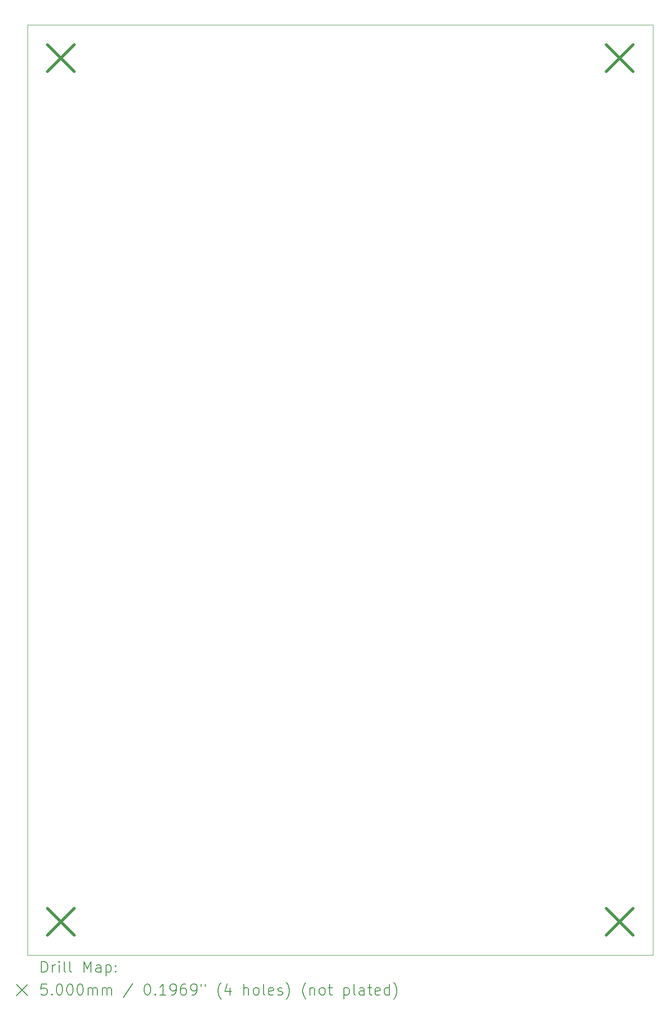
<source format=gbr>
%TF.GenerationSoftware,KiCad,Pcbnew,7.0.7*%
%TF.CreationDate,2023-10-20T13:38:14-04:00*%
%TF.ProjectId,Schematic,53636865-6d61-4746-9963-2e6b69636164,rev?*%
%TF.SameCoordinates,Original*%
%TF.FileFunction,Drillmap*%
%TF.FilePolarity,Positive*%
%FSLAX45Y45*%
G04 Gerber Fmt 4.5, Leading zero omitted, Abs format (unit mm)*
G04 Created by KiCad (PCBNEW 7.0.7) date 2023-10-20 13:38:14*
%MOMM*%
%LPD*%
G01*
G04 APERTURE LIST*
%ADD10C,0.100000*%
%ADD11C,0.200000*%
%ADD12C,0.500000*%
G04 APERTURE END LIST*
D10*
X3581400Y-2349500D02*
X15113000Y-2349500D01*
X15113000Y-19494500D01*
X3581400Y-19494500D01*
X3581400Y-2349500D01*
D11*
D12*
X3944100Y-2712200D02*
X4444100Y-3212200D01*
X4444100Y-2712200D02*
X3944100Y-3212200D01*
X3944100Y-18631800D02*
X4444100Y-19131800D01*
X4444100Y-18631800D02*
X3944100Y-19131800D01*
X14250300Y-2712200D02*
X14750300Y-3212200D01*
X14750300Y-2712200D02*
X14250300Y-3212200D01*
X14250300Y-18631800D02*
X14750300Y-19131800D01*
X14750300Y-18631800D02*
X14250300Y-19131800D01*
D11*
X3837177Y-19810984D02*
X3837177Y-19610984D01*
X3837177Y-19610984D02*
X3884796Y-19610984D01*
X3884796Y-19610984D02*
X3913367Y-19620508D01*
X3913367Y-19620508D02*
X3932415Y-19639555D01*
X3932415Y-19639555D02*
X3941939Y-19658603D01*
X3941939Y-19658603D02*
X3951462Y-19696698D01*
X3951462Y-19696698D02*
X3951462Y-19725270D01*
X3951462Y-19725270D02*
X3941939Y-19763365D01*
X3941939Y-19763365D02*
X3932415Y-19782412D01*
X3932415Y-19782412D02*
X3913367Y-19801460D01*
X3913367Y-19801460D02*
X3884796Y-19810984D01*
X3884796Y-19810984D02*
X3837177Y-19810984D01*
X4037177Y-19810984D02*
X4037177Y-19677650D01*
X4037177Y-19715746D02*
X4046701Y-19696698D01*
X4046701Y-19696698D02*
X4056224Y-19687174D01*
X4056224Y-19687174D02*
X4075272Y-19677650D01*
X4075272Y-19677650D02*
X4094320Y-19677650D01*
X4160986Y-19810984D02*
X4160986Y-19677650D01*
X4160986Y-19610984D02*
X4151462Y-19620508D01*
X4151462Y-19620508D02*
X4160986Y-19630031D01*
X4160986Y-19630031D02*
X4170510Y-19620508D01*
X4170510Y-19620508D02*
X4160986Y-19610984D01*
X4160986Y-19610984D02*
X4160986Y-19630031D01*
X4284796Y-19810984D02*
X4265748Y-19801460D01*
X4265748Y-19801460D02*
X4256224Y-19782412D01*
X4256224Y-19782412D02*
X4256224Y-19610984D01*
X4389558Y-19810984D02*
X4370510Y-19801460D01*
X4370510Y-19801460D02*
X4360986Y-19782412D01*
X4360986Y-19782412D02*
X4360986Y-19610984D01*
X4618129Y-19810984D02*
X4618129Y-19610984D01*
X4618129Y-19610984D02*
X4684796Y-19753841D01*
X4684796Y-19753841D02*
X4751463Y-19610984D01*
X4751463Y-19610984D02*
X4751463Y-19810984D01*
X4932415Y-19810984D02*
X4932415Y-19706222D01*
X4932415Y-19706222D02*
X4922891Y-19687174D01*
X4922891Y-19687174D02*
X4903844Y-19677650D01*
X4903844Y-19677650D02*
X4865748Y-19677650D01*
X4865748Y-19677650D02*
X4846701Y-19687174D01*
X4932415Y-19801460D02*
X4913367Y-19810984D01*
X4913367Y-19810984D02*
X4865748Y-19810984D01*
X4865748Y-19810984D02*
X4846701Y-19801460D01*
X4846701Y-19801460D02*
X4837177Y-19782412D01*
X4837177Y-19782412D02*
X4837177Y-19763365D01*
X4837177Y-19763365D02*
X4846701Y-19744317D01*
X4846701Y-19744317D02*
X4865748Y-19734793D01*
X4865748Y-19734793D02*
X4913367Y-19734793D01*
X4913367Y-19734793D02*
X4932415Y-19725270D01*
X5027653Y-19677650D02*
X5027653Y-19877650D01*
X5027653Y-19687174D02*
X5046701Y-19677650D01*
X5046701Y-19677650D02*
X5084796Y-19677650D01*
X5084796Y-19677650D02*
X5103844Y-19687174D01*
X5103844Y-19687174D02*
X5113367Y-19696698D01*
X5113367Y-19696698D02*
X5122891Y-19715746D01*
X5122891Y-19715746D02*
X5122891Y-19772889D01*
X5122891Y-19772889D02*
X5113367Y-19791936D01*
X5113367Y-19791936D02*
X5103844Y-19801460D01*
X5103844Y-19801460D02*
X5084796Y-19810984D01*
X5084796Y-19810984D02*
X5046701Y-19810984D01*
X5046701Y-19810984D02*
X5027653Y-19801460D01*
X5208605Y-19791936D02*
X5218129Y-19801460D01*
X5218129Y-19801460D02*
X5208605Y-19810984D01*
X5208605Y-19810984D02*
X5199082Y-19801460D01*
X5199082Y-19801460D02*
X5208605Y-19791936D01*
X5208605Y-19791936D02*
X5208605Y-19810984D01*
X5208605Y-19687174D02*
X5218129Y-19696698D01*
X5218129Y-19696698D02*
X5208605Y-19706222D01*
X5208605Y-19706222D02*
X5199082Y-19696698D01*
X5199082Y-19696698D02*
X5208605Y-19687174D01*
X5208605Y-19687174D02*
X5208605Y-19706222D01*
X3376400Y-20039500D02*
X3576400Y-20239500D01*
X3576400Y-20039500D02*
X3376400Y-20239500D01*
X3932415Y-20030984D02*
X3837177Y-20030984D01*
X3837177Y-20030984D02*
X3827653Y-20126222D01*
X3827653Y-20126222D02*
X3837177Y-20116698D01*
X3837177Y-20116698D02*
X3856224Y-20107174D01*
X3856224Y-20107174D02*
X3903843Y-20107174D01*
X3903843Y-20107174D02*
X3922891Y-20116698D01*
X3922891Y-20116698D02*
X3932415Y-20126222D01*
X3932415Y-20126222D02*
X3941939Y-20145270D01*
X3941939Y-20145270D02*
X3941939Y-20192889D01*
X3941939Y-20192889D02*
X3932415Y-20211936D01*
X3932415Y-20211936D02*
X3922891Y-20221460D01*
X3922891Y-20221460D02*
X3903843Y-20230984D01*
X3903843Y-20230984D02*
X3856224Y-20230984D01*
X3856224Y-20230984D02*
X3837177Y-20221460D01*
X3837177Y-20221460D02*
X3827653Y-20211936D01*
X4027653Y-20211936D02*
X4037177Y-20221460D01*
X4037177Y-20221460D02*
X4027653Y-20230984D01*
X4027653Y-20230984D02*
X4018129Y-20221460D01*
X4018129Y-20221460D02*
X4027653Y-20211936D01*
X4027653Y-20211936D02*
X4027653Y-20230984D01*
X4160986Y-20030984D02*
X4180034Y-20030984D01*
X4180034Y-20030984D02*
X4199082Y-20040508D01*
X4199082Y-20040508D02*
X4208605Y-20050031D01*
X4208605Y-20050031D02*
X4218129Y-20069079D01*
X4218129Y-20069079D02*
X4227653Y-20107174D01*
X4227653Y-20107174D02*
X4227653Y-20154793D01*
X4227653Y-20154793D02*
X4218129Y-20192889D01*
X4218129Y-20192889D02*
X4208605Y-20211936D01*
X4208605Y-20211936D02*
X4199082Y-20221460D01*
X4199082Y-20221460D02*
X4180034Y-20230984D01*
X4180034Y-20230984D02*
X4160986Y-20230984D01*
X4160986Y-20230984D02*
X4141939Y-20221460D01*
X4141939Y-20221460D02*
X4132415Y-20211936D01*
X4132415Y-20211936D02*
X4122891Y-20192889D01*
X4122891Y-20192889D02*
X4113367Y-20154793D01*
X4113367Y-20154793D02*
X4113367Y-20107174D01*
X4113367Y-20107174D02*
X4122891Y-20069079D01*
X4122891Y-20069079D02*
X4132415Y-20050031D01*
X4132415Y-20050031D02*
X4141939Y-20040508D01*
X4141939Y-20040508D02*
X4160986Y-20030984D01*
X4351463Y-20030984D02*
X4370510Y-20030984D01*
X4370510Y-20030984D02*
X4389558Y-20040508D01*
X4389558Y-20040508D02*
X4399082Y-20050031D01*
X4399082Y-20050031D02*
X4408605Y-20069079D01*
X4408605Y-20069079D02*
X4418129Y-20107174D01*
X4418129Y-20107174D02*
X4418129Y-20154793D01*
X4418129Y-20154793D02*
X4408605Y-20192889D01*
X4408605Y-20192889D02*
X4399082Y-20211936D01*
X4399082Y-20211936D02*
X4389558Y-20221460D01*
X4389558Y-20221460D02*
X4370510Y-20230984D01*
X4370510Y-20230984D02*
X4351463Y-20230984D01*
X4351463Y-20230984D02*
X4332415Y-20221460D01*
X4332415Y-20221460D02*
X4322891Y-20211936D01*
X4322891Y-20211936D02*
X4313367Y-20192889D01*
X4313367Y-20192889D02*
X4303844Y-20154793D01*
X4303844Y-20154793D02*
X4303844Y-20107174D01*
X4303844Y-20107174D02*
X4313367Y-20069079D01*
X4313367Y-20069079D02*
X4322891Y-20050031D01*
X4322891Y-20050031D02*
X4332415Y-20040508D01*
X4332415Y-20040508D02*
X4351463Y-20030984D01*
X4541939Y-20030984D02*
X4560986Y-20030984D01*
X4560986Y-20030984D02*
X4580034Y-20040508D01*
X4580034Y-20040508D02*
X4589558Y-20050031D01*
X4589558Y-20050031D02*
X4599082Y-20069079D01*
X4599082Y-20069079D02*
X4608605Y-20107174D01*
X4608605Y-20107174D02*
X4608605Y-20154793D01*
X4608605Y-20154793D02*
X4599082Y-20192889D01*
X4599082Y-20192889D02*
X4589558Y-20211936D01*
X4589558Y-20211936D02*
X4580034Y-20221460D01*
X4580034Y-20221460D02*
X4560986Y-20230984D01*
X4560986Y-20230984D02*
X4541939Y-20230984D01*
X4541939Y-20230984D02*
X4522891Y-20221460D01*
X4522891Y-20221460D02*
X4513367Y-20211936D01*
X4513367Y-20211936D02*
X4503844Y-20192889D01*
X4503844Y-20192889D02*
X4494320Y-20154793D01*
X4494320Y-20154793D02*
X4494320Y-20107174D01*
X4494320Y-20107174D02*
X4503844Y-20069079D01*
X4503844Y-20069079D02*
X4513367Y-20050031D01*
X4513367Y-20050031D02*
X4522891Y-20040508D01*
X4522891Y-20040508D02*
X4541939Y-20030984D01*
X4694320Y-20230984D02*
X4694320Y-20097650D01*
X4694320Y-20116698D02*
X4703844Y-20107174D01*
X4703844Y-20107174D02*
X4722891Y-20097650D01*
X4722891Y-20097650D02*
X4751463Y-20097650D01*
X4751463Y-20097650D02*
X4770510Y-20107174D01*
X4770510Y-20107174D02*
X4780034Y-20126222D01*
X4780034Y-20126222D02*
X4780034Y-20230984D01*
X4780034Y-20126222D02*
X4789558Y-20107174D01*
X4789558Y-20107174D02*
X4808605Y-20097650D01*
X4808605Y-20097650D02*
X4837177Y-20097650D01*
X4837177Y-20097650D02*
X4856225Y-20107174D01*
X4856225Y-20107174D02*
X4865748Y-20126222D01*
X4865748Y-20126222D02*
X4865748Y-20230984D01*
X4960986Y-20230984D02*
X4960986Y-20097650D01*
X4960986Y-20116698D02*
X4970510Y-20107174D01*
X4970510Y-20107174D02*
X4989558Y-20097650D01*
X4989558Y-20097650D02*
X5018129Y-20097650D01*
X5018129Y-20097650D02*
X5037177Y-20107174D01*
X5037177Y-20107174D02*
X5046701Y-20126222D01*
X5046701Y-20126222D02*
X5046701Y-20230984D01*
X5046701Y-20126222D02*
X5056225Y-20107174D01*
X5056225Y-20107174D02*
X5075272Y-20097650D01*
X5075272Y-20097650D02*
X5103844Y-20097650D01*
X5103844Y-20097650D02*
X5122891Y-20107174D01*
X5122891Y-20107174D02*
X5132415Y-20126222D01*
X5132415Y-20126222D02*
X5132415Y-20230984D01*
X5522891Y-20021460D02*
X5351463Y-20278603D01*
X5780034Y-20030984D02*
X5799082Y-20030984D01*
X5799082Y-20030984D02*
X5818129Y-20040508D01*
X5818129Y-20040508D02*
X5827653Y-20050031D01*
X5827653Y-20050031D02*
X5837177Y-20069079D01*
X5837177Y-20069079D02*
X5846701Y-20107174D01*
X5846701Y-20107174D02*
X5846701Y-20154793D01*
X5846701Y-20154793D02*
X5837177Y-20192889D01*
X5837177Y-20192889D02*
X5827653Y-20211936D01*
X5827653Y-20211936D02*
X5818129Y-20221460D01*
X5818129Y-20221460D02*
X5799082Y-20230984D01*
X5799082Y-20230984D02*
X5780034Y-20230984D01*
X5780034Y-20230984D02*
X5760986Y-20221460D01*
X5760986Y-20221460D02*
X5751463Y-20211936D01*
X5751463Y-20211936D02*
X5741939Y-20192889D01*
X5741939Y-20192889D02*
X5732415Y-20154793D01*
X5732415Y-20154793D02*
X5732415Y-20107174D01*
X5732415Y-20107174D02*
X5741939Y-20069079D01*
X5741939Y-20069079D02*
X5751463Y-20050031D01*
X5751463Y-20050031D02*
X5760986Y-20040508D01*
X5760986Y-20040508D02*
X5780034Y-20030984D01*
X5932415Y-20211936D02*
X5941939Y-20221460D01*
X5941939Y-20221460D02*
X5932415Y-20230984D01*
X5932415Y-20230984D02*
X5922891Y-20221460D01*
X5922891Y-20221460D02*
X5932415Y-20211936D01*
X5932415Y-20211936D02*
X5932415Y-20230984D01*
X6132415Y-20230984D02*
X6018129Y-20230984D01*
X6075272Y-20230984D02*
X6075272Y-20030984D01*
X6075272Y-20030984D02*
X6056225Y-20059555D01*
X6056225Y-20059555D02*
X6037177Y-20078603D01*
X6037177Y-20078603D02*
X6018129Y-20088127D01*
X6227653Y-20230984D02*
X6265748Y-20230984D01*
X6265748Y-20230984D02*
X6284796Y-20221460D01*
X6284796Y-20221460D02*
X6294320Y-20211936D01*
X6294320Y-20211936D02*
X6313367Y-20183365D01*
X6313367Y-20183365D02*
X6322891Y-20145270D01*
X6322891Y-20145270D02*
X6322891Y-20069079D01*
X6322891Y-20069079D02*
X6313367Y-20050031D01*
X6313367Y-20050031D02*
X6303844Y-20040508D01*
X6303844Y-20040508D02*
X6284796Y-20030984D01*
X6284796Y-20030984D02*
X6246701Y-20030984D01*
X6246701Y-20030984D02*
X6227653Y-20040508D01*
X6227653Y-20040508D02*
X6218129Y-20050031D01*
X6218129Y-20050031D02*
X6208606Y-20069079D01*
X6208606Y-20069079D02*
X6208606Y-20116698D01*
X6208606Y-20116698D02*
X6218129Y-20135746D01*
X6218129Y-20135746D02*
X6227653Y-20145270D01*
X6227653Y-20145270D02*
X6246701Y-20154793D01*
X6246701Y-20154793D02*
X6284796Y-20154793D01*
X6284796Y-20154793D02*
X6303844Y-20145270D01*
X6303844Y-20145270D02*
X6313367Y-20135746D01*
X6313367Y-20135746D02*
X6322891Y-20116698D01*
X6494320Y-20030984D02*
X6456225Y-20030984D01*
X6456225Y-20030984D02*
X6437177Y-20040508D01*
X6437177Y-20040508D02*
X6427653Y-20050031D01*
X6427653Y-20050031D02*
X6408606Y-20078603D01*
X6408606Y-20078603D02*
X6399082Y-20116698D01*
X6399082Y-20116698D02*
X6399082Y-20192889D01*
X6399082Y-20192889D02*
X6408606Y-20211936D01*
X6408606Y-20211936D02*
X6418129Y-20221460D01*
X6418129Y-20221460D02*
X6437177Y-20230984D01*
X6437177Y-20230984D02*
X6475272Y-20230984D01*
X6475272Y-20230984D02*
X6494320Y-20221460D01*
X6494320Y-20221460D02*
X6503844Y-20211936D01*
X6503844Y-20211936D02*
X6513367Y-20192889D01*
X6513367Y-20192889D02*
X6513367Y-20145270D01*
X6513367Y-20145270D02*
X6503844Y-20126222D01*
X6503844Y-20126222D02*
X6494320Y-20116698D01*
X6494320Y-20116698D02*
X6475272Y-20107174D01*
X6475272Y-20107174D02*
X6437177Y-20107174D01*
X6437177Y-20107174D02*
X6418129Y-20116698D01*
X6418129Y-20116698D02*
X6408606Y-20126222D01*
X6408606Y-20126222D02*
X6399082Y-20145270D01*
X6608606Y-20230984D02*
X6646701Y-20230984D01*
X6646701Y-20230984D02*
X6665748Y-20221460D01*
X6665748Y-20221460D02*
X6675272Y-20211936D01*
X6675272Y-20211936D02*
X6694320Y-20183365D01*
X6694320Y-20183365D02*
X6703844Y-20145270D01*
X6703844Y-20145270D02*
X6703844Y-20069079D01*
X6703844Y-20069079D02*
X6694320Y-20050031D01*
X6694320Y-20050031D02*
X6684796Y-20040508D01*
X6684796Y-20040508D02*
X6665748Y-20030984D01*
X6665748Y-20030984D02*
X6627653Y-20030984D01*
X6627653Y-20030984D02*
X6608606Y-20040508D01*
X6608606Y-20040508D02*
X6599082Y-20050031D01*
X6599082Y-20050031D02*
X6589558Y-20069079D01*
X6589558Y-20069079D02*
X6589558Y-20116698D01*
X6589558Y-20116698D02*
X6599082Y-20135746D01*
X6599082Y-20135746D02*
X6608606Y-20145270D01*
X6608606Y-20145270D02*
X6627653Y-20154793D01*
X6627653Y-20154793D02*
X6665748Y-20154793D01*
X6665748Y-20154793D02*
X6684796Y-20145270D01*
X6684796Y-20145270D02*
X6694320Y-20135746D01*
X6694320Y-20135746D02*
X6703844Y-20116698D01*
X6780034Y-20030984D02*
X6780034Y-20069079D01*
X6856225Y-20030984D02*
X6856225Y-20069079D01*
X7151463Y-20307174D02*
X7141939Y-20297650D01*
X7141939Y-20297650D02*
X7122891Y-20269079D01*
X7122891Y-20269079D02*
X7113368Y-20250031D01*
X7113368Y-20250031D02*
X7103844Y-20221460D01*
X7103844Y-20221460D02*
X7094320Y-20173841D01*
X7094320Y-20173841D02*
X7094320Y-20135746D01*
X7094320Y-20135746D02*
X7103844Y-20088127D01*
X7103844Y-20088127D02*
X7113368Y-20059555D01*
X7113368Y-20059555D02*
X7122891Y-20040508D01*
X7122891Y-20040508D02*
X7141939Y-20011936D01*
X7141939Y-20011936D02*
X7151463Y-20002412D01*
X7313368Y-20097650D02*
X7313368Y-20230984D01*
X7265748Y-20021460D02*
X7218129Y-20164317D01*
X7218129Y-20164317D02*
X7341939Y-20164317D01*
X7570510Y-20230984D02*
X7570510Y-20030984D01*
X7656225Y-20230984D02*
X7656225Y-20126222D01*
X7656225Y-20126222D02*
X7646701Y-20107174D01*
X7646701Y-20107174D02*
X7627653Y-20097650D01*
X7627653Y-20097650D02*
X7599082Y-20097650D01*
X7599082Y-20097650D02*
X7580034Y-20107174D01*
X7580034Y-20107174D02*
X7570510Y-20116698D01*
X7780034Y-20230984D02*
X7760987Y-20221460D01*
X7760987Y-20221460D02*
X7751463Y-20211936D01*
X7751463Y-20211936D02*
X7741939Y-20192889D01*
X7741939Y-20192889D02*
X7741939Y-20135746D01*
X7741939Y-20135746D02*
X7751463Y-20116698D01*
X7751463Y-20116698D02*
X7760987Y-20107174D01*
X7760987Y-20107174D02*
X7780034Y-20097650D01*
X7780034Y-20097650D02*
X7808606Y-20097650D01*
X7808606Y-20097650D02*
X7827653Y-20107174D01*
X7827653Y-20107174D02*
X7837177Y-20116698D01*
X7837177Y-20116698D02*
X7846701Y-20135746D01*
X7846701Y-20135746D02*
X7846701Y-20192889D01*
X7846701Y-20192889D02*
X7837177Y-20211936D01*
X7837177Y-20211936D02*
X7827653Y-20221460D01*
X7827653Y-20221460D02*
X7808606Y-20230984D01*
X7808606Y-20230984D02*
X7780034Y-20230984D01*
X7960987Y-20230984D02*
X7941939Y-20221460D01*
X7941939Y-20221460D02*
X7932415Y-20202412D01*
X7932415Y-20202412D02*
X7932415Y-20030984D01*
X8113368Y-20221460D02*
X8094320Y-20230984D01*
X8094320Y-20230984D02*
X8056225Y-20230984D01*
X8056225Y-20230984D02*
X8037177Y-20221460D01*
X8037177Y-20221460D02*
X8027653Y-20202412D01*
X8027653Y-20202412D02*
X8027653Y-20126222D01*
X8027653Y-20126222D02*
X8037177Y-20107174D01*
X8037177Y-20107174D02*
X8056225Y-20097650D01*
X8056225Y-20097650D02*
X8094320Y-20097650D01*
X8094320Y-20097650D02*
X8113368Y-20107174D01*
X8113368Y-20107174D02*
X8122891Y-20126222D01*
X8122891Y-20126222D02*
X8122891Y-20145270D01*
X8122891Y-20145270D02*
X8027653Y-20164317D01*
X8199082Y-20221460D02*
X8218130Y-20230984D01*
X8218130Y-20230984D02*
X8256225Y-20230984D01*
X8256225Y-20230984D02*
X8275272Y-20221460D01*
X8275272Y-20221460D02*
X8284796Y-20202412D01*
X8284796Y-20202412D02*
X8284796Y-20192889D01*
X8284796Y-20192889D02*
X8275272Y-20173841D01*
X8275272Y-20173841D02*
X8256225Y-20164317D01*
X8256225Y-20164317D02*
X8227653Y-20164317D01*
X8227653Y-20164317D02*
X8208606Y-20154793D01*
X8208606Y-20154793D02*
X8199082Y-20135746D01*
X8199082Y-20135746D02*
X8199082Y-20126222D01*
X8199082Y-20126222D02*
X8208606Y-20107174D01*
X8208606Y-20107174D02*
X8227653Y-20097650D01*
X8227653Y-20097650D02*
X8256225Y-20097650D01*
X8256225Y-20097650D02*
X8275272Y-20107174D01*
X8351463Y-20307174D02*
X8360987Y-20297650D01*
X8360987Y-20297650D02*
X8380034Y-20269079D01*
X8380034Y-20269079D02*
X8389558Y-20250031D01*
X8389558Y-20250031D02*
X8399082Y-20221460D01*
X8399082Y-20221460D02*
X8408606Y-20173841D01*
X8408606Y-20173841D02*
X8408606Y-20135746D01*
X8408606Y-20135746D02*
X8399082Y-20088127D01*
X8399082Y-20088127D02*
X8389558Y-20059555D01*
X8389558Y-20059555D02*
X8380034Y-20040508D01*
X8380034Y-20040508D02*
X8360987Y-20011936D01*
X8360987Y-20011936D02*
X8351463Y-20002412D01*
X8713368Y-20307174D02*
X8703844Y-20297650D01*
X8703844Y-20297650D02*
X8684796Y-20269079D01*
X8684796Y-20269079D02*
X8675273Y-20250031D01*
X8675273Y-20250031D02*
X8665749Y-20221460D01*
X8665749Y-20221460D02*
X8656225Y-20173841D01*
X8656225Y-20173841D02*
X8656225Y-20135746D01*
X8656225Y-20135746D02*
X8665749Y-20088127D01*
X8665749Y-20088127D02*
X8675273Y-20059555D01*
X8675273Y-20059555D02*
X8684796Y-20040508D01*
X8684796Y-20040508D02*
X8703844Y-20011936D01*
X8703844Y-20011936D02*
X8713368Y-20002412D01*
X8789558Y-20097650D02*
X8789558Y-20230984D01*
X8789558Y-20116698D02*
X8799082Y-20107174D01*
X8799082Y-20107174D02*
X8818130Y-20097650D01*
X8818130Y-20097650D02*
X8846701Y-20097650D01*
X8846701Y-20097650D02*
X8865749Y-20107174D01*
X8865749Y-20107174D02*
X8875273Y-20126222D01*
X8875273Y-20126222D02*
X8875273Y-20230984D01*
X8999082Y-20230984D02*
X8980034Y-20221460D01*
X8980034Y-20221460D02*
X8970511Y-20211936D01*
X8970511Y-20211936D02*
X8960987Y-20192889D01*
X8960987Y-20192889D02*
X8960987Y-20135746D01*
X8960987Y-20135746D02*
X8970511Y-20116698D01*
X8970511Y-20116698D02*
X8980034Y-20107174D01*
X8980034Y-20107174D02*
X8999082Y-20097650D01*
X8999082Y-20097650D02*
X9027654Y-20097650D01*
X9027654Y-20097650D02*
X9046701Y-20107174D01*
X9046701Y-20107174D02*
X9056225Y-20116698D01*
X9056225Y-20116698D02*
X9065749Y-20135746D01*
X9065749Y-20135746D02*
X9065749Y-20192889D01*
X9065749Y-20192889D02*
X9056225Y-20211936D01*
X9056225Y-20211936D02*
X9046701Y-20221460D01*
X9046701Y-20221460D02*
X9027654Y-20230984D01*
X9027654Y-20230984D02*
X8999082Y-20230984D01*
X9122892Y-20097650D02*
X9199082Y-20097650D01*
X9151463Y-20030984D02*
X9151463Y-20202412D01*
X9151463Y-20202412D02*
X9160987Y-20221460D01*
X9160987Y-20221460D02*
X9180034Y-20230984D01*
X9180034Y-20230984D02*
X9199082Y-20230984D01*
X9418130Y-20097650D02*
X9418130Y-20297650D01*
X9418130Y-20107174D02*
X9437177Y-20097650D01*
X9437177Y-20097650D02*
X9475273Y-20097650D01*
X9475273Y-20097650D02*
X9494320Y-20107174D01*
X9494320Y-20107174D02*
X9503844Y-20116698D01*
X9503844Y-20116698D02*
X9513368Y-20135746D01*
X9513368Y-20135746D02*
X9513368Y-20192889D01*
X9513368Y-20192889D02*
X9503844Y-20211936D01*
X9503844Y-20211936D02*
X9494320Y-20221460D01*
X9494320Y-20221460D02*
X9475273Y-20230984D01*
X9475273Y-20230984D02*
X9437177Y-20230984D01*
X9437177Y-20230984D02*
X9418130Y-20221460D01*
X9627654Y-20230984D02*
X9608606Y-20221460D01*
X9608606Y-20221460D02*
X9599082Y-20202412D01*
X9599082Y-20202412D02*
X9599082Y-20030984D01*
X9789558Y-20230984D02*
X9789558Y-20126222D01*
X9789558Y-20126222D02*
X9780035Y-20107174D01*
X9780035Y-20107174D02*
X9760987Y-20097650D01*
X9760987Y-20097650D02*
X9722892Y-20097650D01*
X9722892Y-20097650D02*
X9703844Y-20107174D01*
X9789558Y-20221460D02*
X9770511Y-20230984D01*
X9770511Y-20230984D02*
X9722892Y-20230984D01*
X9722892Y-20230984D02*
X9703844Y-20221460D01*
X9703844Y-20221460D02*
X9694320Y-20202412D01*
X9694320Y-20202412D02*
X9694320Y-20183365D01*
X9694320Y-20183365D02*
X9703844Y-20164317D01*
X9703844Y-20164317D02*
X9722892Y-20154793D01*
X9722892Y-20154793D02*
X9770511Y-20154793D01*
X9770511Y-20154793D02*
X9789558Y-20145270D01*
X9856225Y-20097650D02*
X9932415Y-20097650D01*
X9884796Y-20030984D02*
X9884796Y-20202412D01*
X9884796Y-20202412D02*
X9894320Y-20221460D01*
X9894320Y-20221460D02*
X9913368Y-20230984D01*
X9913368Y-20230984D02*
X9932415Y-20230984D01*
X10075273Y-20221460D02*
X10056225Y-20230984D01*
X10056225Y-20230984D02*
X10018130Y-20230984D01*
X10018130Y-20230984D02*
X9999082Y-20221460D01*
X9999082Y-20221460D02*
X9989558Y-20202412D01*
X9989558Y-20202412D02*
X9989558Y-20126222D01*
X9989558Y-20126222D02*
X9999082Y-20107174D01*
X9999082Y-20107174D02*
X10018130Y-20097650D01*
X10018130Y-20097650D02*
X10056225Y-20097650D01*
X10056225Y-20097650D02*
X10075273Y-20107174D01*
X10075273Y-20107174D02*
X10084796Y-20126222D01*
X10084796Y-20126222D02*
X10084796Y-20145270D01*
X10084796Y-20145270D02*
X9989558Y-20164317D01*
X10256225Y-20230984D02*
X10256225Y-20030984D01*
X10256225Y-20221460D02*
X10237177Y-20230984D01*
X10237177Y-20230984D02*
X10199082Y-20230984D01*
X10199082Y-20230984D02*
X10180035Y-20221460D01*
X10180035Y-20221460D02*
X10170511Y-20211936D01*
X10170511Y-20211936D02*
X10160987Y-20192889D01*
X10160987Y-20192889D02*
X10160987Y-20135746D01*
X10160987Y-20135746D02*
X10170511Y-20116698D01*
X10170511Y-20116698D02*
X10180035Y-20107174D01*
X10180035Y-20107174D02*
X10199082Y-20097650D01*
X10199082Y-20097650D02*
X10237177Y-20097650D01*
X10237177Y-20097650D02*
X10256225Y-20107174D01*
X10332416Y-20307174D02*
X10341939Y-20297650D01*
X10341939Y-20297650D02*
X10360987Y-20269079D01*
X10360987Y-20269079D02*
X10370511Y-20250031D01*
X10370511Y-20250031D02*
X10380035Y-20221460D01*
X10380035Y-20221460D02*
X10389558Y-20173841D01*
X10389558Y-20173841D02*
X10389558Y-20135746D01*
X10389558Y-20135746D02*
X10380035Y-20088127D01*
X10380035Y-20088127D02*
X10370511Y-20059555D01*
X10370511Y-20059555D02*
X10360987Y-20040508D01*
X10360987Y-20040508D02*
X10341939Y-20011936D01*
X10341939Y-20011936D02*
X10332416Y-20002412D01*
M02*

</source>
